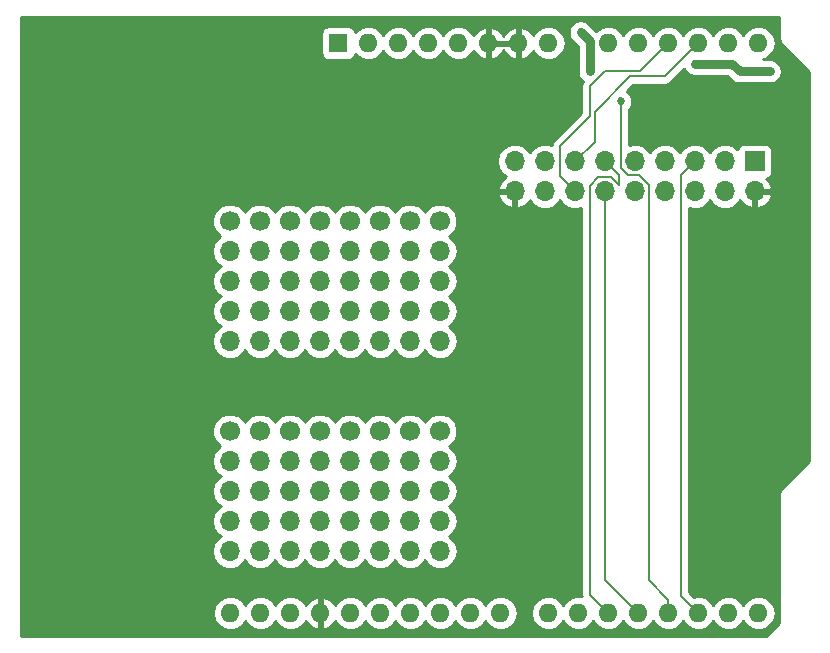
<source format=gbl>
G04 #@! TF.GenerationSoftware,KiCad,Pcbnew,5.0.2+dfsg1-1~bpo9+1*
G04 #@! TF.CreationDate,2020-03-31T02:51:35-04:00*
G04 #@! TF.ProjectId,pcb,7063622e-6b69-4636-9164-5f7063625858,rev?*
G04 #@! TF.SameCoordinates,Original*
G04 #@! TF.FileFunction,Copper,L2,Bot*
G04 #@! TF.FilePolarity,Positive*
%FSLAX46Y46*%
G04 Gerber Fmt 4.6, Leading zero omitted, Abs format (unit mm)*
G04 Created by KiCad (PCBNEW 5.0.2+dfsg1-1~bpo9+1) date Tue 31 Mar 2020 02:51:35 AM EDT*
%MOMM*%
%LPD*%
G01*
G04 APERTURE LIST*
G04 #@! TA.AperFunction,ComponentPad*
%ADD10O,1.600000X1.600000*%
G04 #@! TD*
G04 #@! TA.AperFunction,ComponentPad*
%ADD11R,1.600000X1.600000*%
G04 #@! TD*
G04 #@! TA.AperFunction,ComponentPad*
%ADD12C,1.700000*%
G04 #@! TD*
G04 #@! TA.AperFunction,ComponentPad*
%ADD13O,1.700000X1.700000*%
G04 #@! TD*
G04 #@! TA.AperFunction,ComponentPad*
%ADD14R,1.700000X1.700000*%
G04 #@! TD*
G04 #@! TA.AperFunction,ViaPad*
%ADD15C,0.685800*%
G04 #@! TD*
G04 #@! TA.AperFunction,Conductor*
%ADD16C,0.152400*%
G04 #@! TD*
G04 #@! TA.AperFunction,Conductor*
%ADD17C,0.762000*%
G04 #@! TD*
G04 #@! TA.AperFunction,Conductor*
%ADD18C,0.254000*%
G04 #@! TD*
G04 APERTURE END LIST*
D10*
G04 #@! TO.P,A1,32*
G04 #@! TO.N,N/C*
X119425001Y-138575001D03*
G04 #@! TO.P,A1,31*
X121965001Y-138575001D03*
D11*
G04 #@! TO.P,A1,1*
X128565001Y-90315001D03*
D10*
G04 #@! TO.P,A1,17*
G04 #@! TO.N,/VSYNC*
X159045001Y-138575001D03*
G04 #@! TO.P,A1,2*
G04 #@! TO.N,N/C*
X131105001Y-90315001D03*
G04 #@! TO.P,A1,18*
G04 #@! TO.N,Net-(A1-Pad18)*
X156505001Y-138575001D03*
G04 #@! TO.P,A1,3*
G04 #@! TO.N,N/C*
X133645001Y-90315001D03*
G04 #@! TO.P,A1,19*
G04 #@! TO.N,/D4*
X153965001Y-138575001D03*
G04 #@! TO.P,A1,4*
G04 #@! TO.N,+3V3*
X136185001Y-90315001D03*
G04 #@! TO.P,A1,20*
G04 #@! TO.N,/D5*
X151425001Y-138575001D03*
G04 #@! TO.P,A1,5*
G04 #@! TO.N,N/C*
X138725001Y-90315001D03*
G04 #@! TO.P,A1,21*
G04 #@! TO.N,/D6*
X148885001Y-138575001D03*
G04 #@! TO.P,A1,6*
G04 #@! TO.N,GND*
X141265001Y-90315001D03*
G04 #@! TO.P,A1,22*
G04 #@! TO.N,/D7*
X146345001Y-138575001D03*
G04 #@! TO.P,A1,7*
G04 #@! TO.N,GND*
X143805001Y-90315001D03*
G04 #@! TO.P,A1,23*
G04 #@! TO.N,N/C*
X142285001Y-138575001D03*
G04 #@! TO.P,A1,8*
X146345001Y-90315001D03*
G04 #@! TO.P,A1,24*
X139745001Y-138575001D03*
G04 #@! TO.P,A1,9*
G04 #@! TO.N,/D0*
X151425001Y-90315001D03*
G04 #@! TO.P,A1,25*
G04 #@! TO.N,N/C*
X137205001Y-138575001D03*
G04 #@! TO.P,A1,10*
G04 #@! TO.N,/D1*
X153965001Y-90315001D03*
G04 #@! TO.P,A1,26*
G04 #@! TO.N,N/C*
X134665001Y-138575001D03*
G04 #@! TO.P,A1,11*
G04 #@! TO.N,/D2*
X156505001Y-90315001D03*
G04 #@! TO.P,A1,27*
G04 #@! TO.N,/PCLK*
X132125001Y-138575001D03*
G04 #@! TO.P,A1,12*
G04 #@! TO.N,/D3*
X159045001Y-90315001D03*
G04 #@! TO.P,A1,28*
G04 #@! TO.N,N/C*
X129585001Y-138575001D03*
G04 #@! TO.P,A1,13*
G04 #@! TO.N,/SIOD*
X161585001Y-90315001D03*
G04 #@! TO.P,A1,29*
G04 #@! TO.N,GND*
X127045001Y-138575001D03*
G04 #@! TO.P,A1,14*
G04 #@! TO.N,/SIOC*
X164125001Y-90315001D03*
G04 #@! TO.P,A1,30*
G04 #@! TO.N,N/C*
X124505001Y-138575001D03*
G04 #@! TO.P,A1,15*
X164125001Y-138575001D03*
G04 #@! TO.P,A1,16*
X161585001Y-138575001D03*
G04 #@! TD*
D12*
G04 #@! TO.P,REF\002A\002A,1*
G04 #@! TO.N,N/C*
X127000000Y-105410000D03*
D13*
G04 #@! TO.P,REF\002A\002A,2*
X127000000Y-107950000D03*
G04 #@! TO.P,REF\002A\002A,3*
X127000000Y-110490000D03*
G04 #@! TO.P,REF\002A\002A,4*
X127000000Y-113030000D03*
G04 #@! TO.P,REF\002A\002A,5*
X127000000Y-115570000D03*
G04 #@! TD*
D12*
G04 #@! TO.P,REF\002A\002A,1*
G04 #@! TO.N,N/C*
X134620000Y-105410000D03*
D13*
G04 #@! TO.P,REF\002A\002A,2*
X134620000Y-107950000D03*
G04 #@! TO.P,REF\002A\002A,3*
X134620000Y-110490000D03*
G04 #@! TO.P,REF\002A\002A,4*
X134620000Y-113030000D03*
G04 #@! TO.P,REF\002A\002A,5*
X134620000Y-115570000D03*
G04 #@! TD*
D12*
G04 #@! TO.P,REF\002A\002A,1*
G04 #@! TO.N,N/C*
X119380000Y-105410000D03*
D13*
G04 #@! TO.P,REF\002A\002A,2*
X119380000Y-107950000D03*
G04 #@! TO.P,REF\002A\002A,3*
X119380000Y-110490000D03*
G04 #@! TO.P,REF\002A\002A,4*
X119380000Y-113030000D03*
G04 #@! TO.P,REF\002A\002A,5*
X119380000Y-115570000D03*
G04 #@! TD*
D12*
G04 #@! TO.P,REF\002A\002A,1*
G04 #@! TO.N,N/C*
X132080000Y-105410000D03*
D13*
G04 #@! TO.P,REF\002A\002A,2*
X132080000Y-107950000D03*
G04 #@! TO.P,REF\002A\002A,3*
X132080000Y-110490000D03*
G04 #@! TO.P,REF\002A\002A,4*
X132080000Y-113030000D03*
G04 #@! TO.P,REF\002A\002A,5*
X132080000Y-115570000D03*
G04 #@! TD*
G04 #@! TO.P,REF\002A\002A,5*
G04 #@! TO.N,N/C*
X129540000Y-115570000D03*
G04 #@! TO.P,REF\002A\002A,4*
X129540000Y-113030000D03*
G04 #@! TO.P,REF\002A\002A,3*
X129540000Y-110490000D03*
G04 #@! TO.P,REF\002A\002A,2*
X129540000Y-107950000D03*
D12*
G04 #@! TO.P,REF\002A\002A,1*
X129540000Y-105410000D03*
G04 #@! TD*
D13*
G04 #@! TO.P,REF\002A\002A,5*
G04 #@! TO.N,N/C*
X137160000Y-115570000D03*
G04 #@! TO.P,REF\002A\002A,4*
X137160000Y-113030000D03*
G04 #@! TO.P,REF\002A\002A,3*
X137160000Y-110490000D03*
G04 #@! TO.P,REF\002A\002A,2*
X137160000Y-107950000D03*
D12*
G04 #@! TO.P,REF\002A\002A,1*
X137160000Y-105410000D03*
G04 #@! TD*
D13*
G04 #@! TO.P,REF\002A\002A,5*
G04 #@! TO.N,N/C*
X124460000Y-115570000D03*
G04 #@! TO.P,REF\002A\002A,4*
X124460000Y-113030000D03*
G04 #@! TO.P,REF\002A\002A,3*
X124460000Y-110490000D03*
G04 #@! TO.P,REF\002A\002A,2*
X124460000Y-107950000D03*
D12*
G04 #@! TO.P,REF\002A\002A,1*
X124460000Y-105410000D03*
G04 #@! TD*
D13*
G04 #@! TO.P,REF\002A\002A,5*
G04 #@! TO.N,N/C*
X121920000Y-115570000D03*
G04 #@! TO.P,REF\002A\002A,4*
X121920000Y-113030000D03*
G04 #@! TO.P,REF\002A\002A,3*
X121920000Y-110490000D03*
G04 #@! TO.P,REF\002A\002A,2*
X121920000Y-107950000D03*
D12*
G04 #@! TO.P,REF\002A\002A,1*
X121920000Y-105410000D03*
G04 #@! TD*
G04 #@! TO.P,REF\002A\002A,1*
G04 #@! TO.N,N/C*
X137160000Y-123190000D03*
D13*
G04 #@! TO.P,REF\002A\002A,2*
X137160000Y-125730000D03*
G04 #@! TO.P,REF\002A\002A,3*
X137160000Y-128270000D03*
G04 #@! TO.P,REF\002A\002A,4*
X137160000Y-130810000D03*
G04 #@! TO.P,REF\002A\002A,5*
X137160000Y-133350000D03*
G04 #@! TD*
D12*
G04 #@! TO.P,REF\002A\002A,1*
G04 #@! TO.N,N/C*
X129540000Y-123190000D03*
D13*
G04 #@! TO.P,REF\002A\002A,2*
X129540000Y-125730000D03*
G04 #@! TO.P,REF\002A\002A,3*
X129540000Y-128270000D03*
G04 #@! TO.P,REF\002A\002A,4*
X129540000Y-130810000D03*
G04 #@! TO.P,REF\002A\002A,5*
X129540000Y-133350000D03*
G04 #@! TD*
G04 #@! TO.P,REF\002A\002A,5*
G04 #@! TO.N,N/C*
X134620000Y-133350000D03*
G04 #@! TO.P,REF\002A\002A,4*
X134620000Y-130810000D03*
G04 #@! TO.P,REF\002A\002A,3*
X134620000Y-128270000D03*
G04 #@! TO.P,REF\002A\002A,2*
X134620000Y-125730000D03*
D12*
G04 #@! TO.P,REF\002A\002A,1*
X134620000Y-123190000D03*
G04 #@! TD*
D13*
G04 #@! TO.P,REF\002A\002A,5*
G04 #@! TO.N,N/C*
X132080000Y-133350000D03*
G04 #@! TO.P,REF\002A\002A,4*
X132080000Y-130810000D03*
G04 #@! TO.P,REF\002A\002A,3*
X132080000Y-128270000D03*
G04 #@! TO.P,REF\002A\002A,2*
X132080000Y-125730000D03*
D12*
G04 #@! TO.P,REF\002A\002A,1*
X132080000Y-123190000D03*
G04 #@! TD*
G04 #@! TO.P,REF\002A\002A,1*
G04 #@! TO.N,N/C*
X124460000Y-123190000D03*
D13*
G04 #@! TO.P,REF\002A\002A,2*
X124460000Y-125730000D03*
G04 #@! TO.P,REF\002A\002A,3*
X124460000Y-128270000D03*
G04 #@! TO.P,REF\002A\002A,4*
X124460000Y-130810000D03*
G04 #@! TO.P,REF\002A\002A,5*
X124460000Y-133350000D03*
G04 #@! TD*
G04 #@! TO.P,REF\002A\002A,5*
G04 #@! TO.N,N/C*
X127000000Y-133350000D03*
G04 #@! TO.P,REF\002A\002A,4*
X127000000Y-130810000D03*
G04 #@! TO.P,REF\002A\002A,3*
X127000000Y-128270000D03*
G04 #@! TO.P,REF\002A\002A,2*
X127000000Y-125730000D03*
D12*
G04 #@! TO.P,REF\002A\002A,1*
X127000000Y-123190000D03*
G04 #@! TD*
G04 #@! TO.P,REF\002A\002A,1*
G04 #@! TO.N,N/C*
X121920000Y-123190000D03*
D13*
G04 #@! TO.P,REF\002A\002A,2*
X121920000Y-125730000D03*
G04 #@! TO.P,REF\002A\002A,3*
X121920000Y-128270000D03*
G04 #@! TO.P,REF\002A\002A,4*
X121920000Y-130810000D03*
G04 #@! TO.P,REF\002A\002A,5*
X121920000Y-133350000D03*
G04 #@! TD*
G04 #@! TO.P,REF\002A\002A,5*
G04 #@! TO.N,N/C*
X119380000Y-133350000D03*
G04 #@! TO.P,REF\002A\002A,4*
X119380000Y-130810000D03*
G04 #@! TO.P,REF\002A\002A,3*
X119380000Y-128270000D03*
G04 #@! TO.P,REF\002A\002A,2*
X119380000Y-125730000D03*
D12*
G04 #@! TO.P,REF\002A\002A,1*
X119380000Y-123190000D03*
G04 #@! TD*
D14*
G04 #@! TO.P,J1,1*
G04 #@! TO.N,+3V3*
X163830000Y-100330000D03*
D13*
G04 #@! TO.P,J1,2*
G04 #@! TO.N,GND*
X163830000Y-102870000D03*
G04 #@! TO.P,J1,3*
G04 #@! TO.N,/SIOC*
X161290000Y-100330000D03*
G04 #@! TO.P,J1,4*
G04 #@! TO.N,/SIOD*
X161290000Y-102870000D03*
G04 #@! TO.P,J1,5*
G04 #@! TO.N,/VSYNC*
X158750000Y-100330000D03*
G04 #@! TO.P,J1,6*
G04 #@! TO.N,N/C*
X158750000Y-102870000D03*
G04 #@! TO.P,J1,7*
G04 #@! TO.N,/PCLK*
X156210000Y-100330000D03*
G04 #@! TO.P,J1,8*
G04 #@! TO.N,/XCLK*
X156210000Y-102870000D03*
G04 #@! TO.P,J1,9*
G04 #@! TO.N,/D7*
X153670000Y-100330000D03*
G04 #@! TO.P,J1,10*
G04 #@! TO.N,/D6*
X153670000Y-102870000D03*
G04 #@! TO.P,J1,11*
G04 #@! TO.N,/D5*
X151130000Y-100330000D03*
G04 #@! TO.P,J1,12*
G04 #@! TO.N,/D4*
X151130000Y-102870000D03*
G04 #@! TO.P,J1,13*
G04 #@! TO.N,/D3*
X148590000Y-100330000D03*
G04 #@! TO.P,J1,14*
G04 #@! TO.N,/D2*
X148590000Y-102870000D03*
G04 #@! TO.P,J1,15*
G04 #@! TO.N,/D1*
X146050000Y-100330000D03*
G04 #@! TO.P,J1,16*
G04 #@! TO.N,/D0*
X146050000Y-102870000D03*
G04 #@! TO.P,J1,17*
G04 #@! TO.N,+3V3*
X143510000Y-100330000D03*
G04 #@! TO.P,J1,18*
G04 #@! TO.N,GND*
X143510000Y-102870000D03*
G04 #@! TD*
D15*
G04 #@! TO.N,Net-(A1-Pad18)*
X152489799Y-95250000D03*
G04 #@! TO.N,+3V3*
X162560000Y-92710000D03*
X149860000Y-92710000D03*
X165100000Y-92710000D03*
X158750000Y-92075000D03*
X149098000Y-89408000D03*
G04 #@! TO.N,GND*
X146050000Y-96520000D03*
G04 #@! TD*
D16*
G04 #@! TO.N,/VSYNC*
X158245002Y-137775002D02*
X159045001Y-138575001D01*
X157569799Y-137099799D02*
X158245002Y-137775002D01*
X157569799Y-101510201D02*
X157569799Y-137099799D01*
X158750000Y-100330000D02*
X157569799Y-101510201D01*
G04 #@! TO.N,Net-(A1-Pad18)*
X154056899Y-101510201D02*
X153103503Y-101510201D01*
X152489799Y-100896497D02*
X152489799Y-95250000D01*
X153103503Y-101510201D02*
X152489799Y-100896497D01*
X156505001Y-138575001D02*
X156505001Y-137443631D01*
X156505001Y-137443631D02*
X154850201Y-135788831D01*
X154850201Y-135788831D02*
X154850201Y-102303503D01*
X154850201Y-102303503D02*
X154056899Y-101510201D01*
X152489799Y-95160201D02*
X152400000Y-95250000D01*
X152489799Y-95250000D02*
X152489799Y-95160201D01*
G04 #@! TO.N,/D4*
X151130000Y-135740000D02*
X153965001Y-138575001D01*
X151130000Y-102870000D02*
X151130000Y-135740000D01*
D17*
G04 #@! TO.N,+3V3*
X161925000Y-92075000D02*
X162560000Y-92710000D01*
X158750000Y-92075000D02*
X161925000Y-92075000D01*
X162560000Y-92710000D02*
X165100000Y-92710000D01*
X149860000Y-92710000D02*
X149860000Y-90170000D01*
X149098000Y-89408000D02*
X149860000Y-90170000D01*
D16*
G04 #@! TO.N,/D5*
X150563503Y-101689799D02*
X149860000Y-102393302D01*
X151130000Y-100330000D02*
X152310201Y-101510201D01*
X152310201Y-101510201D02*
X152310201Y-102303503D01*
X152310201Y-102303503D02*
X151696497Y-101689799D01*
X151696497Y-101689799D02*
X150563503Y-101689799D01*
X149860000Y-137010000D02*
X151425001Y-138575001D01*
X149860000Y-102393302D02*
X149860000Y-137010000D01*
G04 #@! TO.N,/D2*
X148590000Y-102870000D02*
X147320000Y-101600000D01*
X147320000Y-101600000D02*
X147320000Y-99060000D01*
X147320000Y-99060000D02*
X149860000Y-96520000D01*
X149860000Y-96520000D02*
X149860000Y-93980000D01*
X149860000Y-93980000D02*
X151130000Y-92710000D01*
X154110002Y-92710000D02*
X156505001Y-90315001D01*
X151130000Y-92710000D02*
X154110002Y-92710000D01*
G04 #@! TO.N,/D3*
X156243592Y-93116410D02*
X159045001Y-90315001D01*
X148590000Y-100330000D02*
X150266410Y-98653590D01*
X150266410Y-98653590D02*
X150266410Y-96113590D01*
X150266410Y-96113590D02*
X153263590Y-93116410D01*
X153263590Y-93116410D02*
X156243592Y-93116410D01*
G04 #@! TD*
D18*
G04 #@! TO.N,GND*
G36*
X165912801Y-89845954D02*
X165898868Y-89916000D01*
X165954065Y-90193496D01*
X166071576Y-90369364D01*
X166071579Y-90369367D01*
X166111255Y-90428746D01*
X166170634Y-90468422D01*
X168452800Y-92750589D01*
X168452801Y-125689410D01*
X166170634Y-127971578D01*
X166111254Y-128011255D01*
X166071578Y-128070634D01*
X166071576Y-128070636D01*
X165994267Y-128186337D01*
X165954064Y-128246505D01*
X165912800Y-128453955D01*
X165912800Y-128453959D01*
X165898868Y-128524000D01*
X165912800Y-128594041D01*
X165912801Y-139405410D01*
X164805412Y-140512800D01*
X101727000Y-140512800D01*
X101727000Y-138575001D01*
X117961888Y-138575001D01*
X118073261Y-139134910D01*
X118390424Y-139609578D01*
X118865092Y-139926741D01*
X119283668Y-140010001D01*
X119566334Y-140010001D01*
X119984910Y-139926741D01*
X120459578Y-139609578D01*
X120695001Y-139257243D01*
X120930424Y-139609578D01*
X121405092Y-139926741D01*
X121823668Y-140010001D01*
X122106334Y-140010001D01*
X122524910Y-139926741D01*
X122999578Y-139609578D01*
X123235001Y-139257243D01*
X123470424Y-139609578D01*
X123945092Y-139926741D01*
X124363668Y-140010001D01*
X124646334Y-140010001D01*
X125064910Y-139926741D01*
X125539578Y-139609578D01*
X125795948Y-139225893D01*
X125892612Y-139430135D01*
X126307578Y-139806042D01*
X126695962Y-139966905D01*
X126918001Y-139844916D01*
X126918001Y-138702001D01*
X126898001Y-138702001D01*
X126898001Y-138448001D01*
X126918001Y-138448001D01*
X126918001Y-137305086D01*
X127172001Y-137305086D01*
X127172001Y-138448001D01*
X127192001Y-138448001D01*
X127192001Y-138702001D01*
X127172001Y-138702001D01*
X127172001Y-139844916D01*
X127394040Y-139966905D01*
X127782424Y-139806042D01*
X128197390Y-139430135D01*
X128294054Y-139225893D01*
X128550424Y-139609578D01*
X129025092Y-139926741D01*
X129443668Y-140010001D01*
X129726334Y-140010001D01*
X130144910Y-139926741D01*
X130619578Y-139609578D01*
X130855001Y-139257243D01*
X131090424Y-139609578D01*
X131565092Y-139926741D01*
X131983668Y-140010001D01*
X132266334Y-140010001D01*
X132684910Y-139926741D01*
X133159578Y-139609578D01*
X133395001Y-139257243D01*
X133630424Y-139609578D01*
X134105092Y-139926741D01*
X134523668Y-140010001D01*
X134806334Y-140010001D01*
X135224910Y-139926741D01*
X135699578Y-139609578D01*
X135935001Y-139257243D01*
X136170424Y-139609578D01*
X136645092Y-139926741D01*
X137063668Y-140010001D01*
X137346334Y-140010001D01*
X137764910Y-139926741D01*
X138239578Y-139609578D01*
X138475001Y-139257243D01*
X138710424Y-139609578D01*
X139185092Y-139926741D01*
X139603668Y-140010001D01*
X139886334Y-140010001D01*
X140304910Y-139926741D01*
X140779578Y-139609578D01*
X141015001Y-139257243D01*
X141250424Y-139609578D01*
X141725092Y-139926741D01*
X142143668Y-140010001D01*
X142426334Y-140010001D01*
X142844910Y-139926741D01*
X143319578Y-139609578D01*
X143636741Y-139134910D01*
X143748114Y-138575001D01*
X143636741Y-138015092D01*
X143319578Y-137540424D01*
X142844910Y-137223261D01*
X142426334Y-137140001D01*
X142143668Y-137140001D01*
X141725092Y-137223261D01*
X141250424Y-137540424D01*
X141015001Y-137892759D01*
X140779578Y-137540424D01*
X140304910Y-137223261D01*
X139886334Y-137140001D01*
X139603668Y-137140001D01*
X139185092Y-137223261D01*
X138710424Y-137540424D01*
X138475001Y-137892759D01*
X138239578Y-137540424D01*
X137764910Y-137223261D01*
X137346334Y-137140001D01*
X137063668Y-137140001D01*
X136645092Y-137223261D01*
X136170424Y-137540424D01*
X135935001Y-137892759D01*
X135699578Y-137540424D01*
X135224910Y-137223261D01*
X134806334Y-137140001D01*
X134523668Y-137140001D01*
X134105092Y-137223261D01*
X133630424Y-137540424D01*
X133395001Y-137892759D01*
X133159578Y-137540424D01*
X132684910Y-137223261D01*
X132266334Y-137140001D01*
X131983668Y-137140001D01*
X131565092Y-137223261D01*
X131090424Y-137540424D01*
X130855001Y-137892759D01*
X130619578Y-137540424D01*
X130144910Y-137223261D01*
X129726334Y-137140001D01*
X129443668Y-137140001D01*
X129025092Y-137223261D01*
X128550424Y-137540424D01*
X128294054Y-137924109D01*
X128197390Y-137719867D01*
X127782424Y-137343960D01*
X127394040Y-137183097D01*
X127172001Y-137305086D01*
X126918001Y-137305086D01*
X126695962Y-137183097D01*
X126307578Y-137343960D01*
X125892612Y-137719867D01*
X125795948Y-137924109D01*
X125539578Y-137540424D01*
X125064910Y-137223261D01*
X124646334Y-137140001D01*
X124363668Y-137140001D01*
X123945092Y-137223261D01*
X123470424Y-137540424D01*
X123235001Y-137892759D01*
X122999578Y-137540424D01*
X122524910Y-137223261D01*
X122106334Y-137140001D01*
X121823668Y-137140001D01*
X121405092Y-137223261D01*
X120930424Y-137540424D01*
X120695001Y-137892759D01*
X120459578Y-137540424D01*
X119984910Y-137223261D01*
X119566334Y-137140001D01*
X119283668Y-137140001D01*
X118865092Y-137223261D01*
X118390424Y-137540424D01*
X118073261Y-138015092D01*
X117961888Y-138575001D01*
X101727000Y-138575001D01*
X101727000Y-125730000D01*
X117865908Y-125730000D01*
X117981161Y-126309418D01*
X118309375Y-126800625D01*
X118607761Y-127000000D01*
X118309375Y-127199375D01*
X117981161Y-127690582D01*
X117865908Y-128270000D01*
X117981161Y-128849418D01*
X118309375Y-129340625D01*
X118607761Y-129540000D01*
X118309375Y-129739375D01*
X117981161Y-130230582D01*
X117865908Y-130810000D01*
X117981161Y-131389418D01*
X118309375Y-131880625D01*
X118607761Y-132080000D01*
X118309375Y-132279375D01*
X117981161Y-132770582D01*
X117865908Y-133350000D01*
X117981161Y-133929418D01*
X118309375Y-134420625D01*
X118800582Y-134748839D01*
X119233744Y-134835000D01*
X119526256Y-134835000D01*
X119959418Y-134748839D01*
X120450625Y-134420625D01*
X120650000Y-134122239D01*
X120849375Y-134420625D01*
X121340582Y-134748839D01*
X121773744Y-134835000D01*
X122066256Y-134835000D01*
X122499418Y-134748839D01*
X122990625Y-134420625D01*
X123190000Y-134122239D01*
X123389375Y-134420625D01*
X123880582Y-134748839D01*
X124313744Y-134835000D01*
X124606256Y-134835000D01*
X125039418Y-134748839D01*
X125530625Y-134420625D01*
X125730000Y-134122239D01*
X125929375Y-134420625D01*
X126420582Y-134748839D01*
X126853744Y-134835000D01*
X127146256Y-134835000D01*
X127579418Y-134748839D01*
X128070625Y-134420625D01*
X128270000Y-134122239D01*
X128469375Y-134420625D01*
X128960582Y-134748839D01*
X129393744Y-134835000D01*
X129686256Y-134835000D01*
X130119418Y-134748839D01*
X130610625Y-134420625D01*
X130810000Y-134122239D01*
X131009375Y-134420625D01*
X131500582Y-134748839D01*
X131933744Y-134835000D01*
X132226256Y-134835000D01*
X132659418Y-134748839D01*
X133150625Y-134420625D01*
X133350000Y-134122239D01*
X133549375Y-134420625D01*
X134040582Y-134748839D01*
X134473744Y-134835000D01*
X134766256Y-134835000D01*
X135199418Y-134748839D01*
X135690625Y-134420625D01*
X135890000Y-134122239D01*
X136089375Y-134420625D01*
X136580582Y-134748839D01*
X137013744Y-134835000D01*
X137306256Y-134835000D01*
X137739418Y-134748839D01*
X138230625Y-134420625D01*
X138558839Y-133929418D01*
X138674092Y-133350000D01*
X138558839Y-132770582D01*
X138230625Y-132279375D01*
X137932239Y-132080000D01*
X138230625Y-131880625D01*
X138558839Y-131389418D01*
X138674092Y-130810000D01*
X138558839Y-130230582D01*
X138230625Y-129739375D01*
X137932239Y-129540000D01*
X138230625Y-129340625D01*
X138558839Y-128849418D01*
X138674092Y-128270000D01*
X138558839Y-127690582D01*
X138230625Y-127199375D01*
X137932239Y-127000000D01*
X138230625Y-126800625D01*
X138558839Y-126309418D01*
X138674092Y-125730000D01*
X138558839Y-125150582D01*
X138230625Y-124659375D01*
X137948389Y-124470791D01*
X138001185Y-124448922D01*
X138418922Y-124031185D01*
X138645000Y-123485385D01*
X138645000Y-122894615D01*
X138418922Y-122348815D01*
X138001185Y-121931078D01*
X137455385Y-121705000D01*
X136864615Y-121705000D01*
X136318815Y-121931078D01*
X135901078Y-122348815D01*
X135890000Y-122375560D01*
X135878922Y-122348815D01*
X135461185Y-121931078D01*
X134915385Y-121705000D01*
X134324615Y-121705000D01*
X133778815Y-121931078D01*
X133361078Y-122348815D01*
X133350000Y-122375560D01*
X133338922Y-122348815D01*
X132921185Y-121931078D01*
X132375385Y-121705000D01*
X131784615Y-121705000D01*
X131238815Y-121931078D01*
X130821078Y-122348815D01*
X130810000Y-122375560D01*
X130798922Y-122348815D01*
X130381185Y-121931078D01*
X129835385Y-121705000D01*
X129244615Y-121705000D01*
X128698815Y-121931078D01*
X128281078Y-122348815D01*
X128270000Y-122375560D01*
X128258922Y-122348815D01*
X127841185Y-121931078D01*
X127295385Y-121705000D01*
X126704615Y-121705000D01*
X126158815Y-121931078D01*
X125741078Y-122348815D01*
X125730000Y-122375560D01*
X125718922Y-122348815D01*
X125301185Y-121931078D01*
X124755385Y-121705000D01*
X124164615Y-121705000D01*
X123618815Y-121931078D01*
X123201078Y-122348815D01*
X123190000Y-122375560D01*
X123178922Y-122348815D01*
X122761185Y-121931078D01*
X122215385Y-121705000D01*
X121624615Y-121705000D01*
X121078815Y-121931078D01*
X120661078Y-122348815D01*
X120650000Y-122375560D01*
X120638922Y-122348815D01*
X120221185Y-121931078D01*
X119675385Y-121705000D01*
X119084615Y-121705000D01*
X118538815Y-121931078D01*
X118121078Y-122348815D01*
X117895000Y-122894615D01*
X117895000Y-123485385D01*
X118121078Y-124031185D01*
X118538815Y-124448922D01*
X118591611Y-124470791D01*
X118309375Y-124659375D01*
X117981161Y-125150582D01*
X117865908Y-125730000D01*
X101727000Y-125730000D01*
X101727000Y-107950000D01*
X117865908Y-107950000D01*
X117981161Y-108529418D01*
X118309375Y-109020625D01*
X118607761Y-109220000D01*
X118309375Y-109419375D01*
X117981161Y-109910582D01*
X117865908Y-110490000D01*
X117981161Y-111069418D01*
X118309375Y-111560625D01*
X118607761Y-111760000D01*
X118309375Y-111959375D01*
X117981161Y-112450582D01*
X117865908Y-113030000D01*
X117981161Y-113609418D01*
X118309375Y-114100625D01*
X118607761Y-114300000D01*
X118309375Y-114499375D01*
X117981161Y-114990582D01*
X117865908Y-115570000D01*
X117981161Y-116149418D01*
X118309375Y-116640625D01*
X118800582Y-116968839D01*
X119233744Y-117055000D01*
X119526256Y-117055000D01*
X119959418Y-116968839D01*
X120450625Y-116640625D01*
X120650000Y-116342239D01*
X120849375Y-116640625D01*
X121340582Y-116968839D01*
X121773744Y-117055000D01*
X122066256Y-117055000D01*
X122499418Y-116968839D01*
X122990625Y-116640625D01*
X123190000Y-116342239D01*
X123389375Y-116640625D01*
X123880582Y-116968839D01*
X124313744Y-117055000D01*
X124606256Y-117055000D01*
X125039418Y-116968839D01*
X125530625Y-116640625D01*
X125730000Y-116342239D01*
X125929375Y-116640625D01*
X126420582Y-116968839D01*
X126853744Y-117055000D01*
X127146256Y-117055000D01*
X127579418Y-116968839D01*
X128070625Y-116640625D01*
X128270000Y-116342239D01*
X128469375Y-116640625D01*
X128960582Y-116968839D01*
X129393744Y-117055000D01*
X129686256Y-117055000D01*
X130119418Y-116968839D01*
X130610625Y-116640625D01*
X130810000Y-116342239D01*
X131009375Y-116640625D01*
X131500582Y-116968839D01*
X131933744Y-117055000D01*
X132226256Y-117055000D01*
X132659418Y-116968839D01*
X133150625Y-116640625D01*
X133350000Y-116342239D01*
X133549375Y-116640625D01*
X134040582Y-116968839D01*
X134473744Y-117055000D01*
X134766256Y-117055000D01*
X135199418Y-116968839D01*
X135690625Y-116640625D01*
X135890000Y-116342239D01*
X136089375Y-116640625D01*
X136580582Y-116968839D01*
X137013744Y-117055000D01*
X137306256Y-117055000D01*
X137739418Y-116968839D01*
X138230625Y-116640625D01*
X138558839Y-116149418D01*
X138674092Y-115570000D01*
X138558839Y-114990582D01*
X138230625Y-114499375D01*
X137932239Y-114300000D01*
X138230625Y-114100625D01*
X138558839Y-113609418D01*
X138674092Y-113030000D01*
X138558839Y-112450582D01*
X138230625Y-111959375D01*
X137932239Y-111760000D01*
X138230625Y-111560625D01*
X138558839Y-111069418D01*
X138674092Y-110490000D01*
X138558839Y-109910582D01*
X138230625Y-109419375D01*
X137932239Y-109220000D01*
X138230625Y-109020625D01*
X138558839Y-108529418D01*
X138674092Y-107950000D01*
X138558839Y-107370582D01*
X138230625Y-106879375D01*
X137948389Y-106690791D01*
X138001185Y-106668922D01*
X138418922Y-106251185D01*
X138645000Y-105705385D01*
X138645000Y-105114615D01*
X138418922Y-104568815D01*
X138001185Y-104151078D01*
X137455385Y-103925000D01*
X136864615Y-103925000D01*
X136318815Y-104151078D01*
X135901078Y-104568815D01*
X135890000Y-104595560D01*
X135878922Y-104568815D01*
X135461185Y-104151078D01*
X134915385Y-103925000D01*
X134324615Y-103925000D01*
X133778815Y-104151078D01*
X133361078Y-104568815D01*
X133350000Y-104595560D01*
X133338922Y-104568815D01*
X132921185Y-104151078D01*
X132375385Y-103925000D01*
X131784615Y-103925000D01*
X131238815Y-104151078D01*
X130821078Y-104568815D01*
X130810000Y-104595560D01*
X130798922Y-104568815D01*
X130381185Y-104151078D01*
X129835385Y-103925000D01*
X129244615Y-103925000D01*
X128698815Y-104151078D01*
X128281078Y-104568815D01*
X128270000Y-104595560D01*
X128258922Y-104568815D01*
X127841185Y-104151078D01*
X127295385Y-103925000D01*
X126704615Y-103925000D01*
X126158815Y-104151078D01*
X125741078Y-104568815D01*
X125730000Y-104595560D01*
X125718922Y-104568815D01*
X125301185Y-104151078D01*
X124755385Y-103925000D01*
X124164615Y-103925000D01*
X123618815Y-104151078D01*
X123201078Y-104568815D01*
X123190000Y-104595560D01*
X123178922Y-104568815D01*
X122761185Y-104151078D01*
X122215385Y-103925000D01*
X121624615Y-103925000D01*
X121078815Y-104151078D01*
X120661078Y-104568815D01*
X120650000Y-104595560D01*
X120638922Y-104568815D01*
X120221185Y-104151078D01*
X119675385Y-103925000D01*
X119084615Y-103925000D01*
X118538815Y-104151078D01*
X118121078Y-104568815D01*
X117895000Y-105114615D01*
X117895000Y-105705385D01*
X118121078Y-106251185D01*
X118538815Y-106668922D01*
X118591611Y-106690791D01*
X118309375Y-106879375D01*
X117981161Y-107370582D01*
X117865908Y-107950000D01*
X101727000Y-107950000D01*
X101727000Y-103226892D01*
X142068514Y-103226892D01*
X142314817Y-103751358D01*
X142743076Y-104141645D01*
X143153110Y-104311476D01*
X143383000Y-104190155D01*
X143383000Y-102997000D01*
X142189181Y-102997000D01*
X142068514Y-103226892D01*
X101727000Y-103226892D01*
X101727000Y-100330000D01*
X141995908Y-100330000D01*
X142111161Y-100909418D01*
X142439375Y-101400625D01*
X142739786Y-101601353D01*
X142314817Y-101988642D01*
X142068514Y-102513108D01*
X142189181Y-102743000D01*
X143383000Y-102743000D01*
X143383000Y-102723000D01*
X143637000Y-102723000D01*
X143637000Y-102743000D01*
X143657000Y-102743000D01*
X143657000Y-102997000D01*
X143637000Y-102997000D01*
X143637000Y-104190155D01*
X143866890Y-104311476D01*
X144276924Y-104141645D01*
X144705183Y-103751358D01*
X144766157Y-103621522D01*
X144979375Y-103940625D01*
X145470582Y-104268839D01*
X145903744Y-104355000D01*
X146196256Y-104355000D01*
X146629418Y-104268839D01*
X147120625Y-103940625D01*
X147320000Y-103642239D01*
X147519375Y-103940625D01*
X148010582Y-104268839D01*
X148443744Y-104355000D01*
X148736256Y-104355000D01*
X149148800Y-104272940D01*
X149148801Y-136939954D01*
X149134868Y-137010000D01*
X149166263Y-137167835D01*
X149026334Y-137140001D01*
X148743668Y-137140001D01*
X148325092Y-137223261D01*
X147850424Y-137540424D01*
X147615001Y-137892759D01*
X147379578Y-137540424D01*
X146904910Y-137223261D01*
X146486334Y-137140001D01*
X146203668Y-137140001D01*
X145785092Y-137223261D01*
X145310424Y-137540424D01*
X144993261Y-138015092D01*
X144881888Y-138575001D01*
X144993261Y-139134910D01*
X145310424Y-139609578D01*
X145785092Y-139926741D01*
X146203668Y-140010001D01*
X146486334Y-140010001D01*
X146904910Y-139926741D01*
X147379578Y-139609578D01*
X147615001Y-139257243D01*
X147850424Y-139609578D01*
X148325092Y-139926741D01*
X148743668Y-140010001D01*
X149026334Y-140010001D01*
X149444910Y-139926741D01*
X149919578Y-139609578D01*
X150155001Y-139257243D01*
X150390424Y-139609578D01*
X150865092Y-139926741D01*
X151283668Y-140010001D01*
X151566334Y-140010001D01*
X151984910Y-139926741D01*
X152459578Y-139609578D01*
X152695001Y-139257243D01*
X152930424Y-139609578D01*
X153405092Y-139926741D01*
X153823668Y-140010001D01*
X154106334Y-140010001D01*
X154524910Y-139926741D01*
X154999578Y-139609578D01*
X155235001Y-139257243D01*
X155470424Y-139609578D01*
X155945092Y-139926741D01*
X156363668Y-140010001D01*
X156646334Y-140010001D01*
X157064910Y-139926741D01*
X157539578Y-139609578D01*
X157775001Y-139257243D01*
X158010424Y-139609578D01*
X158485092Y-139926741D01*
X158903668Y-140010001D01*
X159186334Y-140010001D01*
X159604910Y-139926741D01*
X160079578Y-139609578D01*
X160315001Y-139257243D01*
X160550424Y-139609578D01*
X161025092Y-139926741D01*
X161443668Y-140010001D01*
X161726334Y-140010001D01*
X162144910Y-139926741D01*
X162619578Y-139609578D01*
X162855001Y-139257243D01*
X163090424Y-139609578D01*
X163565092Y-139926741D01*
X163983668Y-140010001D01*
X164266334Y-140010001D01*
X164684910Y-139926741D01*
X165159578Y-139609578D01*
X165476741Y-139134910D01*
X165588114Y-138575001D01*
X165476741Y-138015092D01*
X165159578Y-137540424D01*
X164684910Y-137223261D01*
X164266334Y-137140001D01*
X163983668Y-137140001D01*
X163565092Y-137223261D01*
X163090424Y-137540424D01*
X162855001Y-137892759D01*
X162619578Y-137540424D01*
X162144910Y-137223261D01*
X161726334Y-137140001D01*
X161443668Y-137140001D01*
X161025092Y-137223261D01*
X160550424Y-137540424D01*
X160315001Y-137892759D01*
X160079578Y-137540424D01*
X159604910Y-137223261D01*
X159186334Y-137140001D01*
X158903668Y-137140001D01*
X158663552Y-137187763D01*
X158280999Y-136805211D01*
X158280999Y-104290802D01*
X158603744Y-104355000D01*
X158896256Y-104355000D01*
X159329418Y-104268839D01*
X159820625Y-103940625D01*
X160020000Y-103642239D01*
X160219375Y-103940625D01*
X160710582Y-104268839D01*
X161143744Y-104355000D01*
X161436256Y-104355000D01*
X161869418Y-104268839D01*
X162360625Y-103940625D01*
X162573843Y-103621522D01*
X162634817Y-103751358D01*
X163063076Y-104141645D01*
X163473110Y-104311476D01*
X163703000Y-104190155D01*
X163703000Y-102997000D01*
X163957000Y-102997000D01*
X163957000Y-104190155D01*
X164186890Y-104311476D01*
X164596924Y-104141645D01*
X165025183Y-103751358D01*
X165271486Y-103226892D01*
X165150819Y-102997000D01*
X163957000Y-102997000D01*
X163703000Y-102997000D01*
X163683000Y-102997000D01*
X163683000Y-102743000D01*
X163703000Y-102743000D01*
X163703000Y-102723000D01*
X163957000Y-102723000D01*
X163957000Y-102743000D01*
X165150819Y-102743000D01*
X165271486Y-102513108D01*
X165025183Y-101988642D01*
X164818145Y-101799961D01*
X164927765Y-101778157D01*
X165137809Y-101637809D01*
X165278157Y-101427765D01*
X165327440Y-101180000D01*
X165327440Y-99480000D01*
X165278157Y-99232235D01*
X165137809Y-99022191D01*
X164927765Y-98881843D01*
X164680000Y-98832560D01*
X162980000Y-98832560D01*
X162732235Y-98881843D01*
X162522191Y-99022191D01*
X162381843Y-99232235D01*
X162372816Y-99277619D01*
X162360625Y-99259375D01*
X161869418Y-98931161D01*
X161436256Y-98845000D01*
X161143744Y-98845000D01*
X160710582Y-98931161D01*
X160219375Y-99259375D01*
X160020000Y-99557761D01*
X159820625Y-99259375D01*
X159329418Y-98931161D01*
X158896256Y-98845000D01*
X158603744Y-98845000D01*
X158170582Y-98931161D01*
X157679375Y-99259375D01*
X157480000Y-99557761D01*
X157280625Y-99259375D01*
X156789418Y-98931161D01*
X156356256Y-98845000D01*
X156063744Y-98845000D01*
X155630582Y-98931161D01*
X155139375Y-99259375D01*
X154940000Y-99557761D01*
X154740625Y-99259375D01*
X154249418Y-98931161D01*
X153816256Y-98845000D01*
X153523744Y-98845000D01*
X153200999Y-98909198D01*
X153200999Y-95921759D01*
X153318822Y-95803936D01*
X153467699Y-95444516D01*
X153467699Y-95055484D01*
X153318822Y-94696064D01*
X153043735Y-94420977D01*
X152987928Y-94397861D01*
X153558179Y-93827610D01*
X156173551Y-93827610D01*
X156243592Y-93841542D01*
X156313633Y-93827610D01*
X156313638Y-93827610D01*
X156521088Y-93786346D01*
X156756338Y-93629156D01*
X156796016Y-93569774D01*
X157833571Y-92532219D01*
X158017505Y-92807495D01*
X158353577Y-93032051D01*
X158649935Y-93091000D01*
X161504160Y-93091000D01*
X161770820Y-93357660D01*
X161827505Y-93442495D01*
X162163577Y-93667051D01*
X162459935Y-93726000D01*
X162459936Y-93726000D01*
X162560000Y-93745904D01*
X162660064Y-93726000D01*
X165200065Y-93726000D01*
X165496423Y-93667051D01*
X165832495Y-93442495D01*
X166057051Y-93106423D01*
X166135904Y-92710000D01*
X166057051Y-92313577D01*
X165832495Y-91977505D01*
X165496423Y-91752949D01*
X165200065Y-91694000D01*
X164547870Y-91694000D01*
X164684910Y-91666741D01*
X165159578Y-91349578D01*
X165476741Y-90874910D01*
X165588114Y-90315001D01*
X165476741Y-89755092D01*
X165159578Y-89280424D01*
X164684910Y-88963261D01*
X164266334Y-88880001D01*
X163983668Y-88880001D01*
X163565092Y-88963261D01*
X163090424Y-89280424D01*
X162855001Y-89632759D01*
X162619578Y-89280424D01*
X162144910Y-88963261D01*
X161726334Y-88880001D01*
X161443668Y-88880001D01*
X161025092Y-88963261D01*
X160550424Y-89280424D01*
X160315001Y-89632759D01*
X160079578Y-89280424D01*
X159604910Y-88963261D01*
X159186334Y-88880001D01*
X158903668Y-88880001D01*
X158485092Y-88963261D01*
X158010424Y-89280424D01*
X157775001Y-89632759D01*
X157539578Y-89280424D01*
X157064910Y-88963261D01*
X156646334Y-88880001D01*
X156363668Y-88880001D01*
X155945092Y-88963261D01*
X155470424Y-89280424D01*
X155235001Y-89632759D01*
X154999578Y-89280424D01*
X154524910Y-88963261D01*
X154106334Y-88880001D01*
X153823668Y-88880001D01*
X153405092Y-88963261D01*
X152930424Y-89280424D01*
X152695001Y-89632759D01*
X152459578Y-89280424D01*
X151984910Y-88963261D01*
X151566334Y-88880001D01*
X151283668Y-88880001D01*
X150865092Y-88963261D01*
X150400519Y-89273679D01*
X149745663Y-88618823D01*
X149494423Y-88450950D01*
X149098000Y-88372096D01*
X148701577Y-88450950D01*
X148365506Y-88675506D01*
X148140950Y-89011577D01*
X148062096Y-89408000D01*
X148140950Y-89804423D01*
X148308823Y-90055663D01*
X148844001Y-90590841D01*
X148844000Y-92810064D01*
X148902949Y-93106422D01*
X149127505Y-93442495D01*
X149290864Y-93551648D01*
X149190065Y-93702504D01*
X149134868Y-93980000D01*
X149148801Y-94050046D01*
X149148800Y-96225411D01*
X146866634Y-98507578D01*
X146807255Y-98547254D01*
X146767579Y-98606633D01*
X146767576Y-98606636D01*
X146650065Y-98782504D01*
X146620835Y-98929454D01*
X146196256Y-98845000D01*
X145903744Y-98845000D01*
X145470582Y-98931161D01*
X144979375Y-99259375D01*
X144780000Y-99557761D01*
X144580625Y-99259375D01*
X144089418Y-98931161D01*
X143656256Y-98845000D01*
X143363744Y-98845000D01*
X142930582Y-98931161D01*
X142439375Y-99259375D01*
X142111161Y-99750582D01*
X141995908Y-100330000D01*
X101727000Y-100330000D01*
X101727000Y-89515001D01*
X127117561Y-89515001D01*
X127117561Y-91115001D01*
X127166844Y-91362766D01*
X127307192Y-91572810D01*
X127517236Y-91713158D01*
X127765001Y-91762441D01*
X129365001Y-91762441D01*
X129612766Y-91713158D01*
X129822810Y-91572810D01*
X129963158Y-91362766D01*
X129989786Y-91228895D01*
X130070424Y-91349578D01*
X130545092Y-91666741D01*
X130963668Y-91750001D01*
X131246334Y-91750001D01*
X131664910Y-91666741D01*
X132139578Y-91349578D01*
X132375001Y-90997243D01*
X132610424Y-91349578D01*
X133085092Y-91666741D01*
X133503668Y-91750001D01*
X133786334Y-91750001D01*
X134204910Y-91666741D01*
X134679578Y-91349578D01*
X134915001Y-90997243D01*
X135150424Y-91349578D01*
X135625092Y-91666741D01*
X136043668Y-91750001D01*
X136326334Y-91750001D01*
X136744910Y-91666741D01*
X137219578Y-91349578D01*
X137455001Y-90997243D01*
X137690424Y-91349578D01*
X138165092Y-91666741D01*
X138583668Y-91750001D01*
X138866334Y-91750001D01*
X139284910Y-91666741D01*
X139759578Y-91349578D01*
X140015948Y-90965893D01*
X140112612Y-91170135D01*
X140527578Y-91546042D01*
X140915962Y-91706905D01*
X141138001Y-91584916D01*
X141138001Y-90442001D01*
X141392001Y-90442001D01*
X141392001Y-91584916D01*
X141614040Y-91706905D01*
X142002424Y-91546042D01*
X142417390Y-91170135D01*
X142535001Y-90921634D01*
X142652612Y-91170135D01*
X143067578Y-91546042D01*
X143455962Y-91706905D01*
X143678001Y-91584916D01*
X143678001Y-90442001D01*
X141392001Y-90442001D01*
X141138001Y-90442001D01*
X141118001Y-90442001D01*
X141118001Y-90188001D01*
X141138001Y-90188001D01*
X141138001Y-89045086D01*
X141392001Y-89045086D01*
X141392001Y-90188001D01*
X143678001Y-90188001D01*
X143678001Y-89045086D01*
X143932001Y-89045086D01*
X143932001Y-90188001D01*
X143952001Y-90188001D01*
X143952001Y-90442001D01*
X143932001Y-90442001D01*
X143932001Y-91584916D01*
X144154040Y-91706905D01*
X144542424Y-91546042D01*
X144957390Y-91170135D01*
X145054054Y-90965893D01*
X145310424Y-91349578D01*
X145785092Y-91666741D01*
X146203668Y-91750001D01*
X146486334Y-91750001D01*
X146904910Y-91666741D01*
X147379578Y-91349578D01*
X147696741Y-90874910D01*
X147808114Y-90315001D01*
X147696741Y-89755092D01*
X147379578Y-89280424D01*
X146904910Y-88963261D01*
X146486334Y-88880001D01*
X146203668Y-88880001D01*
X145785092Y-88963261D01*
X145310424Y-89280424D01*
X145054054Y-89664109D01*
X144957390Y-89459867D01*
X144542424Y-89083960D01*
X144154040Y-88923097D01*
X143932001Y-89045086D01*
X143678001Y-89045086D01*
X143455962Y-88923097D01*
X143067578Y-89083960D01*
X142652612Y-89459867D01*
X142535001Y-89708368D01*
X142417390Y-89459867D01*
X142002424Y-89083960D01*
X141614040Y-88923097D01*
X141392001Y-89045086D01*
X141138001Y-89045086D01*
X140915962Y-88923097D01*
X140527578Y-89083960D01*
X140112612Y-89459867D01*
X140015948Y-89664109D01*
X139759578Y-89280424D01*
X139284910Y-88963261D01*
X138866334Y-88880001D01*
X138583668Y-88880001D01*
X138165092Y-88963261D01*
X137690424Y-89280424D01*
X137455001Y-89632759D01*
X137219578Y-89280424D01*
X136744910Y-88963261D01*
X136326334Y-88880001D01*
X136043668Y-88880001D01*
X135625092Y-88963261D01*
X135150424Y-89280424D01*
X134915001Y-89632759D01*
X134679578Y-89280424D01*
X134204910Y-88963261D01*
X133786334Y-88880001D01*
X133503668Y-88880001D01*
X133085092Y-88963261D01*
X132610424Y-89280424D01*
X132375001Y-89632759D01*
X132139578Y-89280424D01*
X131664910Y-88963261D01*
X131246334Y-88880001D01*
X130963668Y-88880001D01*
X130545092Y-88963261D01*
X130070424Y-89280424D01*
X129989786Y-89401107D01*
X129963158Y-89267236D01*
X129822810Y-89057192D01*
X129612766Y-88916844D01*
X129365001Y-88867561D01*
X127765001Y-88867561D01*
X127517236Y-88916844D01*
X127307192Y-89057192D01*
X127166844Y-89267236D01*
X127117561Y-89515001D01*
X101727000Y-89515001D01*
X101727000Y-88087200D01*
X165912800Y-88087200D01*
X165912801Y-89845954D01*
X165912801Y-89845954D01*
G37*
X165912801Y-89845954D02*
X165898868Y-89916000D01*
X165954065Y-90193496D01*
X166071576Y-90369364D01*
X166071579Y-90369367D01*
X166111255Y-90428746D01*
X166170634Y-90468422D01*
X168452800Y-92750589D01*
X168452801Y-125689410D01*
X166170634Y-127971578D01*
X166111254Y-128011255D01*
X166071578Y-128070634D01*
X166071576Y-128070636D01*
X165994267Y-128186337D01*
X165954064Y-128246505D01*
X165912800Y-128453955D01*
X165912800Y-128453959D01*
X165898868Y-128524000D01*
X165912800Y-128594041D01*
X165912801Y-139405410D01*
X164805412Y-140512800D01*
X101727000Y-140512800D01*
X101727000Y-138575001D01*
X117961888Y-138575001D01*
X118073261Y-139134910D01*
X118390424Y-139609578D01*
X118865092Y-139926741D01*
X119283668Y-140010001D01*
X119566334Y-140010001D01*
X119984910Y-139926741D01*
X120459578Y-139609578D01*
X120695001Y-139257243D01*
X120930424Y-139609578D01*
X121405092Y-139926741D01*
X121823668Y-140010001D01*
X122106334Y-140010001D01*
X122524910Y-139926741D01*
X122999578Y-139609578D01*
X123235001Y-139257243D01*
X123470424Y-139609578D01*
X123945092Y-139926741D01*
X124363668Y-140010001D01*
X124646334Y-140010001D01*
X125064910Y-139926741D01*
X125539578Y-139609578D01*
X125795948Y-139225893D01*
X125892612Y-139430135D01*
X126307578Y-139806042D01*
X126695962Y-139966905D01*
X126918001Y-139844916D01*
X126918001Y-138702001D01*
X126898001Y-138702001D01*
X126898001Y-138448001D01*
X126918001Y-138448001D01*
X126918001Y-137305086D01*
X127172001Y-137305086D01*
X127172001Y-138448001D01*
X127192001Y-138448001D01*
X127192001Y-138702001D01*
X127172001Y-138702001D01*
X127172001Y-139844916D01*
X127394040Y-139966905D01*
X127782424Y-139806042D01*
X128197390Y-139430135D01*
X128294054Y-139225893D01*
X128550424Y-139609578D01*
X129025092Y-139926741D01*
X129443668Y-140010001D01*
X129726334Y-140010001D01*
X130144910Y-139926741D01*
X130619578Y-139609578D01*
X130855001Y-139257243D01*
X131090424Y-139609578D01*
X131565092Y-139926741D01*
X131983668Y-140010001D01*
X132266334Y-140010001D01*
X132684910Y-139926741D01*
X133159578Y-139609578D01*
X133395001Y-139257243D01*
X133630424Y-139609578D01*
X134105092Y-139926741D01*
X134523668Y-140010001D01*
X134806334Y-140010001D01*
X135224910Y-139926741D01*
X135699578Y-139609578D01*
X135935001Y-139257243D01*
X136170424Y-139609578D01*
X136645092Y-139926741D01*
X137063668Y-140010001D01*
X137346334Y-140010001D01*
X137764910Y-139926741D01*
X138239578Y-139609578D01*
X138475001Y-139257243D01*
X138710424Y-139609578D01*
X139185092Y-139926741D01*
X139603668Y-140010001D01*
X139886334Y-140010001D01*
X140304910Y-139926741D01*
X140779578Y-139609578D01*
X141015001Y-139257243D01*
X141250424Y-139609578D01*
X141725092Y-139926741D01*
X142143668Y-140010001D01*
X142426334Y-140010001D01*
X142844910Y-139926741D01*
X143319578Y-139609578D01*
X143636741Y-139134910D01*
X143748114Y-138575001D01*
X143636741Y-138015092D01*
X143319578Y-137540424D01*
X142844910Y-137223261D01*
X142426334Y-137140001D01*
X142143668Y-137140001D01*
X141725092Y-137223261D01*
X141250424Y-137540424D01*
X141015001Y-137892759D01*
X140779578Y-137540424D01*
X140304910Y-137223261D01*
X139886334Y-137140001D01*
X139603668Y-137140001D01*
X139185092Y-137223261D01*
X138710424Y-137540424D01*
X138475001Y-137892759D01*
X138239578Y-137540424D01*
X137764910Y-137223261D01*
X137346334Y-137140001D01*
X137063668Y-137140001D01*
X136645092Y-137223261D01*
X136170424Y-137540424D01*
X135935001Y-137892759D01*
X135699578Y-137540424D01*
X135224910Y-137223261D01*
X134806334Y-137140001D01*
X134523668Y-137140001D01*
X134105092Y-137223261D01*
X133630424Y-137540424D01*
X133395001Y-137892759D01*
X133159578Y-137540424D01*
X132684910Y-137223261D01*
X132266334Y-137140001D01*
X131983668Y-137140001D01*
X131565092Y-137223261D01*
X131090424Y-137540424D01*
X130855001Y-137892759D01*
X130619578Y-137540424D01*
X130144910Y-137223261D01*
X129726334Y-137140001D01*
X129443668Y-137140001D01*
X129025092Y-137223261D01*
X128550424Y-137540424D01*
X128294054Y-137924109D01*
X128197390Y-137719867D01*
X127782424Y-137343960D01*
X127394040Y-137183097D01*
X127172001Y-137305086D01*
X126918001Y-137305086D01*
X126695962Y-137183097D01*
X126307578Y-137343960D01*
X125892612Y-137719867D01*
X125795948Y-137924109D01*
X125539578Y-137540424D01*
X125064910Y-137223261D01*
X124646334Y-137140001D01*
X124363668Y-137140001D01*
X123945092Y-137223261D01*
X123470424Y-137540424D01*
X123235001Y-137892759D01*
X122999578Y-137540424D01*
X122524910Y-137223261D01*
X122106334Y-137140001D01*
X121823668Y-137140001D01*
X121405092Y-137223261D01*
X120930424Y-137540424D01*
X120695001Y-137892759D01*
X120459578Y-137540424D01*
X119984910Y-137223261D01*
X119566334Y-137140001D01*
X119283668Y-137140001D01*
X118865092Y-137223261D01*
X118390424Y-137540424D01*
X118073261Y-138015092D01*
X117961888Y-138575001D01*
X101727000Y-138575001D01*
X101727000Y-125730000D01*
X117865908Y-125730000D01*
X117981161Y-126309418D01*
X118309375Y-126800625D01*
X118607761Y-127000000D01*
X118309375Y-127199375D01*
X117981161Y-127690582D01*
X117865908Y-128270000D01*
X117981161Y-128849418D01*
X118309375Y-129340625D01*
X118607761Y-129540000D01*
X118309375Y-129739375D01*
X117981161Y-130230582D01*
X117865908Y-130810000D01*
X117981161Y-131389418D01*
X118309375Y-131880625D01*
X118607761Y-132080000D01*
X118309375Y-132279375D01*
X117981161Y-132770582D01*
X117865908Y-133350000D01*
X117981161Y-133929418D01*
X118309375Y-134420625D01*
X118800582Y-134748839D01*
X119233744Y-134835000D01*
X119526256Y-134835000D01*
X119959418Y-134748839D01*
X120450625Y-134420625D01*
X120650000Y-134122239D01*
X120849375Y-134420625D01*
X121340582Y-134748839D01*
X121773744Y-134835000D01*
X122066256Y-134835000D01*
X122499418Y-134748839D01*
X122990625Y-134420625D01*
X123190000Y-134122239D01*
X123389375Y-134420625D01*
X123880582Y-134748839D01*
X124313744Y-134835000D01*
X124606256Y-134835000D01*
X125039418Y-134748839D01*
X125530625Y-134420625D01*
X125730000Y-134122239D01*
X125929375Y-134420625D01*
X126420582Y-134748839D01*
X126853744Y-134835000D01*
X127146256Y-134835000D01*
X127579418Y-134748839D01*
X128070625Y-134420625D01*
X128270000Y-134122239D01*
X128469375Y-134420625D01*
X128960582Y-134748839D01*
X129393744Y-134835000D01*
X129686256Y-134835000D01*
X130119418Y-134748839D01*
X130610625Y-134420625D01*
X130810000Y-134122239D01*
X131009375Y-134420625D01*
X131500582Y-134748839D01*
X131933744Y-134835000D01*
X132226256Y-134835000D01*
X132659418Y-134748839D01*
X133150625Y-134420625D01*
X133350000Y-134122239D01*
X133549375Y-134420625D01*
X134040582Y-134748839D01*
X134473744Y-134835000D01*
X134766256Y-134835000D01*
X135199418Y-134748839D01*
X135690625Y-134420625D01*
X135890000Y-134122239D01*
X136089375Y-134420625D01*
X136580582Y-134748839D01*
X137013744Y-134835000D01*
X137306256Y-134835000D01*
X137739418Y-134748839D01*
X138230625Y-134420625D01*
X138558839Y-133929418D01*
X138674092Y-133350000D01*
X138558839Y-132770582D01*
X138230625Y-132279375D01*
X137932239Y-132080000D01*
X138230625Y-131880625D01*
X138558839Y-131389418D01*
X138674092Y-130810000D01*
X138558839Y-130230582D01*
X138230625Y-129739375D01*
X137932239Y-129540000D01*
X138230625Y-129340625D01*
X138558839Y-128849418D01*
X138674092Y-128270000D01*
X138558839Y-127690582D01*
X138230625Y-127199375D01*
X137932239Y-127000000D01*
X138230625Y-126800625D01*
X138558839Y-126309418D01*
X138674092Y-125730000D01*
X138558839Y-125150582D01*
X138230625Y-124659375D01*
X137948389Y-124470791D01*
X138001185Y-124448922D01*
X138418922Y-124031185D01*
X138645000Y-123485385D01*
X138645000Y-122894615D01*
X138418922Y-122348815D01*
X138001185Y-121931078D01*
X137455385Y-121705000D01*
X136864615Y-121705000D01*
X136318815Y-121931078D01*
X135901078Y-122348815D01*
X135890000Y-122375560D01*
X135878922Y-122348815D01*
X135461185Y-121931078D01*
X134915385Y-121705000D01*
X134324615Y-121705000D01*
X133778815Y-121931078D01*
X133361078Y-122348815D01*
X133350000Y-122375560D01*
X133338922Y-122348815D01*
X132921185Y-121931078D01*
X132375385Y-121705000D01*
X131784615Y-121705000D01*
X131238815Y-121931078D01*
X130821078Y-122348815D01*
X130810000Y-122375560D01*
X130798922Y-122348815D01*
X130381185Y-121931078D01*
X129835385Y-121705000D01*
X129244615Y-121705000D01*
X128698815Y-121931078D01*
X128281078Y-122348815D01*
X128270000Y-122375560D01*
X128258922Y-122348815D01*
X127841185Y-121931078D01*
X127295385Y-121705000D01*
X126704615Y-121705000D01*
X126158815Y-121931078D01*
X125741078Y-122348815D01*
X125730000Y-122375560D01*
X125718922Y-122348815D01*
X125301185Y-121931078D01*
X124755385Y-121705000D01*
X124164615Y-121705000D01*
X123618815Y-121931078D01*
X123201078Y-122348815D01*
X123190000Y-122375560D01*
X123178922Y-122348815D01*
X122761185Y-121931078D01*
X122215385Y-121705000D01*
X121624615Y-121705000D01*
X121078815Y-121931078D01*
X120661078Y-122348815D01*
X120650000Y-122375560D01*
X120638922Y-122348815D01*
X120221185Y-121931078D01*
X119675385Y-121705000D01*
X119084615Y-121705000D01*
X118538815Y-121931078D01*
X118121078Y-122348815D01*
X117895000Y-122894615D01*
X117895000Y-123485385D01*
X118121078Y-124031185D01*
X118538815Y-124448922D01*
X118591611Y-124470791D01*
X118309375Y-124659375D01*
X117981161Y-125150582D01*
X117865908Y-125730000D01*
X101727000Y-125730000D01*
X101727000Y-107950000D01*
X117865908Y-107950000D01*
X117981161Y-108529418D01*
X118309375Y-109020625D01*
X118607761Y-109220000D01*
X118309375Y-109419375D01*
X117981161Y-109910582D01*
X117865908Y-110490000D01*
X117981161Y-111069418D01*
X118309375Y-111560625D01*
X118607761Y-111760000D01*
X118309375Y-111959375D01*
X117981161Y-112450582D01*
X117865908Y-113030000D01*
X117981161Y-113609418D01*
X118309375Y-114100625D01*
X118607761Y-114300000D01*
X118309375Y-114499375D01*
X117981161Y-114990582D01*
X117865908Y-115570000D01*
X117981161Y-116149418D01*
X118309375Y-116640625D01*
X118800582Y-116968839D01*
X119233744Y-117055000D01*
X119526256Y-117055000D01*
X119959418Y-116968839D01*
X120450625Y-116640625D01*
X120650000Y-116342239D01*
X120849375Y-116640625D01*
X121340582Y-116968839D01*
X121773744Y-117055000D01*
X122066256Y-117055000D01*
X122499418Y-116968839D01*
X122990625Y-116640625D01*
X123190000Y-116342239D01*
X123389375Y-116640625D01*
X123880582Y-116968839D01*
X124313744Y-117055000D01*
X124606256Y-117055000D01*
X125039418Y-116968839D01*
X125530625Y-116640625D01*
X125730000Y-116342239D01*
X125929375Y-116640625D01*
X126420582Y-116968839D01*
X126853744Y-117055000D01*
X127146256Y-117055000D01*
X127579418Y-116968839D01*
X128070625Y-116640625D01*
X128270000Y-116342239D01*
X128469375Y-116640625D01*
X128960582Y-116968839D01*
X129393744Y-117055000D01*
X129686256Y-117055000D01*
X130119418Y-116968839D01*
X130610625Y-116640625D01*
X130810000Y-116342239D01*
X131009375Y-116640625D01*
X131500582Y-116968839D01*
X131933744Y-117055000D01*
X132226256Y-117055000D01*
X132659418Y-116968839D01*
X133150625Y-116640625D01*
X133350000Y-116342239D01*
X133549375Y-116640625D01*
X134040582Y-116968839D01*
X134473744Y-117055000D01*
X134766256Y-117055000D01*
X135199418Y-116968839D01*
X135690625Y-116640625D01*
X135890000Y-116342239D01*
X136089375Y-116640625D01*
X136580582Y-116968839D01*
X137013744Y-117055000D01*
X137306256Y-117055000D01*
X137739418Y-116968839D01*
X138230625Y-116640625D01*
X138558839Y-116149418D01*
X138674092Y-115570000D01*
X138558839Y-114990582D01*
X138230625Y-114499375D01*
X137932239Y-114300000D01*
X138230625Y-114100625D01*
X138558839Y-113609418D01*
X138674092Y-113030000D01*
X138558839Y-112450582D01*
X138230625Y-111959375D01*
X137932239Y-111760000D01*
X138230625Y-111560625D01*
X138558839Y-111069418D01*
X138674092Y-110490000D01*
X138558839Y-109910582D01*
X138230625Y-109419375D01*
X137932239Y-109220000D01*
X138230625Y-109020625D01*
X138558839Y-108529418D01*
X138674092Y-107950000D01*
X138558839Y-107370582D01*
X138230625Y-106879375D01*
X137948389Y-106690791D01*
X138001185Y-106668922D01*
X138418922Y-106251185D01*
X138645000Y-105705385D01*
X138645000Y-105114615D01*
X138418922Y-104568815D01*
X138001185Y-104151078D01*
X137455385Y-103925000D01*
X136864615Y-103925000D01*
X136318815Y-104151078D01*
X135901078Y-104568815D01*
X135890000Y-104595560D01*
X135878922Y-104568815D01*
X135461185Y-104151078D01*
X134915385Y-103925000D01*
X134324615Y-103925000D01*
X133778815Y-104151078D01*
X133361078Y-104568815D01*
X133350000Y-104595560D01*
X133338922Y-104568815D01*
X132921185Y-104151078D01*
X132375385Y-103925000D01*
X131784615Y-103925000D01*
X131238815Y-104151078D01*
X130821078Y-104568815D01*
X130810000Y-104595560D01*
X130798922Y-104568815D01*
X130381185Y-104151078D01*
X129835385Y-103925000D01*
X129244615Y-103925000D01*
X128698815Y-104151078D01*
X128281078Y-104568815D01*
X128270000Y-104595560D01*
X128258922Y-104568815D01*
X127841185Y-104151078D01*
X127295385Y-103925000D01*
X126704615Y-103925000D01*
X126158815Y-104151078D01*
X125741078Y-104568815D01*
X125730000Y-104595560D01*
X125718922Y-104568815D01*
X125301185Y-104151078D01*
X124755385Y-103925000D01*
X124164615Y-103925000D01*
X123618815Y-104151078D01*
X123201078Y-104568815D01*
X123190000Y-104595560D01*
X123178922Y-104568815D01*
X122761185Y-104151078D01*
X122215385Y-103925000D01*
X121624615Y-103925000D01*
X121078815Y-104151078D01*
X120661078Y-104568815D01*
X120650000Y-104595560D01*
X120638922Y-104568815D01*
X120221185Y-104151078D01*
X119675385Y-103925000D01*
X119084615Y-103925000D01*
X118538815Y-104151078D01*
X118121078Y-104568815D01*
X117895000Y-105114615D01*
X117895000Y-105705385D01*
X118121078Y-106251185D01*
X118538815Y-106668922D01*
X118591611Y-106690791D01*
X118309375Y-106879375D01*
X117981161Y-107370582D01*
X117865908Y-107950000D01*
X101727000Y-107950000D01*
X101727000Y-103226892D01*
X142068514Y-103226892D01*
X142314817Y-103751358D01*
X142743076Y-104141645D01*
X143153110Y-104311476D01*
X143383000Y-104190155D01*
X143383000Y-102997000D01*
X142189181Y-102997000D01*
X142068514Y-103226892D01*
X101727000Y-103226892D01*
X101727000Y-100330000D01*
X141995908Y-100330000D01*
X142111161Y-100909418D01*
X142439375Y-101400625D01*
X142739786Y-101601353D01*
X142314817Y-101988642D01*
X142068514Y-102513108D01*
X142189181Y-102743000D01*
X143383000Y-102743000D01*
X143383000Y-102723000D01*
X143637000Y-102723000D01*
X143637000Y-102743000D01*
X143657000Y-102743000D01*
X143657000Y-102997000D01*
X143637000Y-102997000D01*
X143637000Y-104190155D01*
X143866890Y-104311476D01*
X144276924Y-104141645D01*
X144705183Y-103751358D01*
X144766157Y-103621522D01*
X144979375Y-103940625D01*
X145470582Y-104268839D01*
X145903744Y-104355000D01*
X146196256Y-104355000D01*
X146629418Y-104268839D01*
X147120625Y-103940625D01*
X147320000Y-103642239D01*
X147519375Y-103940625D01*
X148010582Y-104268839D01*
X148443744Y-104355000D01*
X148736256Y-104355000D01*
X149148800Y-104272940D01*
X149148801Y-136939954D01*
X149134868Y-137010000D01*
X149166263Y-137167835D01*
X149026334Y-137140001D01*
X148743668Y-137140001D01*
X148325092Y-137223261D01*
X147850424Y-137540424D01*
X147615001Y-137892759D01*
X147379578Y-137540424D01*
X146904910Y-137223261D01*
X146486334Y-137140001D01*
X146203668Y-137140001D01*
X145785092Y-137223261D01*
X145310424Y-137540424D01*
X144993261Y-138015092D01*
X144881888Y-138575001D01*
X144993261Y-139134910D01*
X145310424Y-139609578D01*
X145785092Y-139926741D01*
X146203668Y-140010001D01*
X146486334Y-140010001D01*
X146904910Y-139926741D01*
X147379578Y-139609578D01*
X147615001Y-139257243D01*
X147850424Y-139609578D01*
X148325092Y-139926741D01*
X148743668Y-140010001D01*
X149026334Y-140010001D01*
X149444910Y-139926741D01*
X149919578Y-139609578D01*
X150155001Y-139257243D01*
X150390424Y-139609578D01*
X150865092Y-139926741D01*
X151283668Y-140010001D01*
X151566334Y-140010001D01*
X151984910Y-139926741D01*
X152459578Y-139609578D01*
X152695001Y-139257243D01*
X152930424Y-139609578D01*
X153405092Y-139926741D01*
X153823668Y-140010001D01*
X154106334Y-140010001D01*
X154524910Y-139926741D01*
X154999578Y-139609578D01*
X155235001Y-139257243D01*
X155470424Y-139609578D01*
X155945092Y-139926741D01*
X156363668Y-140010001D01*
X156646334Y-140010001D01*
X157064910Y-139926741D01*
X157539578Y-139609578D01*
X157775001Y-139257243D01*
X158010424Y-139609578D01*
X158485092Y-139926741D01*
X158903668Y-140010001D01*
X159186334Y-140010001D01*
X159604910Y-139926741D01*
X160079578Y-139609578D01*
X160315001Y-139257243D01*
X160550424Y-139609578D01*
X161025092Y-139926741D01*
X161443668Y-140010001D01*
X161726334Y-140010001D01*
X162144910Y-139926741D01*
X162619578Y-139609578D01*
X162855001Y-139257243D01*
X163090424Y-139609578D01*
X163565092Y-139926741D01*
X163983668Y-140010001D01*
X164266334Y-140010001D01*
X164684910Y-139926741D01*
X165159578Y-139609578D01*
X165476741Y-139134910D01*
X165588114Y-138575001D01*
X165476741Y-138015092D01*
X165159578Y-137540424D01*
X164684910Y-137223261D01*
X164266334Y-137140001D01*
X163983668Y-137140001D01*
X163565092Y-137223261D01*
X163090424Y-137540424D01*
X162855001Y-137892759D01*
X162619578Y-137540424D01*
X162144910Y-137223261D01*
X161726334Y-137140001D01*
X161443668Y-137140001D01*
X161025092Y-137223261D01*
X160550424Y-137540424D01*
X160315001Y-137892759D01*
X160079578Y-137540424D01*
X159604910Y-137223261D01*
X159186334Y-137140001D01*
X158903668Y-137140001D01*
X158663552Y-137187763D01*
X158280999Y-136805211D01*
X158280999Y-104290802D01*
X158603744Y-104355000D01*
X158896256Y-104355000D01*
X159329418Y-104268839D01*
X159820625Y-103940625D01*
X160020000Y-103642239D01*
X160219375Y-103940625D01*
X160710582Y-104268839D01*
X161143744Y-104355000D01*
X161436256Y-104355000D01*
X161869418Y-104268839D01*
X162360625Y-103940625D01*
X162573843Y-103621522D01*
X162634817Y-103751358D01*
X163063076Y-104141645D01*
X163473110Y-104311476D01*
X163703000Y-104190155D01*
X163703000Y-102997000D01*
X163957000Y-102997000D01*
X163957000Y-104190155D01*
X164186890Y-104311476D01*
X164596924Y-104141645D01*
X165025183Y-103751358D01*
X165271486Y-103226892D01*
X165150819Y-102997000D01*
X163957000Y-102997000D01*
X163703000Y-102997000D01*
X163683000Y-102997000D01*
X163683000Y-102743000D01*
X163703000Y-102743000D01*
X163703000Y-102723000D01*
X163957000Y-102723000D01*
X163957000Y-102743000D01*
X165150819Y-102743000D01*
X165271486Y-102513108D01*
X165025183Y-101988642D01*
X164818145Y-101799961D01*
X164927765Y-101778157D01*
X165137809Y-101637809D01*
X165278157Y-101427765D01*
X165327440Y-101180000D01*
X165327440Y-99480000D01*
X165278157Y-99232235D01*
X165137809Y-99022191D01*
X164927765Y-98881843D01*
X164680000Y-98832560D01*
X162980000Y-98832560D01*
X162732235Y-98881843D01*
X162522191Y-99022191D01*
X162381843Y-99232235D01*
X162372816Y-99277619D01*
X162360625Y-99259375D01*
X161869418Y-98931161D01*
X161436256Y-98845000D01*
X161143744Y-98845000D01*
X160710582Y-98931161D01*
X160219375Y-99259375D01*
X160020000Y-99557761D01*
X159820625Y-99259375D01*
X159329418Y-98931161D01*
X158896256Y-98845000D01*
X158603744Y-98845000D01*
X158170582Y-98931161D01*
X157679375Y-99259375D01*
X157480000Y-99557761D01*
X157280625Y-99259375D01*
X156789418Y-98931161D01*
X156356256Y-98845000D01*
X156063744Y-98845000D01*
X155630582Y-98931161D01*
X155139375Y-99259375D01*
X154940000Y-99557761D01*
X154740625Y-99259375D01*
X154249418Y-98931161D01*
X153816256Y-98845000D01*
X153523744Y-98845000D01*
X153200999Y-98909198D01*
X153200999Y-95921759D01*
X153318822Y-95803936D01*
X153467699Y-95444516D01*
X153467699Y-95055484D01*
X153318822Y-94696064D01*
X153043735Y-94420977D01*
X152987928Y-94397861D01*
X153558179Y-93827610D01*
X156173551Y-93827610D01*
X156243592Y-93841542D01*
X156313633Y-93827610D01*
X156313638Y-93827610D01*
X156521088Y-93786346D01*
X156756338Y-93629156D01*
X156796016Y-93569774D01*
X157833571Y-92532219D01*
X158017505Y-92807495D01*
X158353577Y-93032051D01*
X158649935Y-93091000D01*
X161504160Y-93091000D01*
X161770820Y-93357660D01*
X161827505Y-93442495D01*
X162163577Y-93667051D01*
X162459935Y-93726000D01*
X162459936Y-93726000D01*
X162560000Y-93745904D01*
X162660064Y-93726000D01*
X165200065Y-93726000D01*
X165496423Y-93667051D01*
X165832495Y-93442495D01*
X166057051Y-93106423D01*
X166135904Y-92710000D01*
X166057051Y-92313577D01*
X165832495Y-91977505D01*
X165496423Y-91752949D01*
X165200065Y-91694000D01*
X164547870Y-91694000D01*
X164684910Y-91666741D01*
X165159578Y-91349578D01*
X165476741Y-90874910D01*
X165588114Y-90315001D01*
X165476741Y-89755092D01*
X165159578Y-89280424D01*
X164684910Y-88963261D01*
X164266334Y-88880001D01*
X163983668Y-88880001D01*
X163565092Y-88963261D01*
X163090424Y-89280424D01*
X162855001Y-89632759D01*
X162619578Y-89280424D01*
X162144910Y-88963261D01*
X161726334Y-88880001D01*
X161443668Y-88880001D01*
X161025092Y-88963261D01*
X160550424Y-89280424D01*
X160315001Y-89632759D01*
X160079578Y-89280424D01*
X159604910Y-88963261D01*
X159186334Y-88880001D01*
X158903668Y-88880001D01*
X158485092Y-88963261D01*
X158010424Y-89280424D01*
X157775001Y-89632759D01*
X157539578Y-89280424D01*
X157064910Y-88963261D01*
X156646334Y-88880001D01*
X156363668Y-88880001D01*
X155945092Y-88963261D01*
X155470424Y-89280424D01*
X155235001Y-89632759D01*
X154999578Y-89280424D01*
X154524910Y-88963261D01*
X154106334Y-88880001D01*
X153823668Y-88880001D01*
X153405092Y-88963261D01*
X152930424Y-89280424D01*
X152695001Y-89632759D01*
X152459578Y-89280424D01*
X151984910Y-88963261D01*
X151566334Y-88880001D01*
X151283668Y-88880001D01*
X150865092Y-88963261D01*
X150400519Y-89273679D01*
X149745663Y-88618823D01*
X149494423Y-88450950D01*
X149098000Y-88372096D01*
X148701577Y-88450950D01*
X148365506Y-88675506D01*
X148140950Y-89011577D01*
X148062096Y-89408000D01*
X148140950Y-89804423D01*
X148308823Y-90055663D01*
X148844001Y-90590841D01*
X148844000Y-92810064D01*
X148902949Y-93106422D01*
X149127505Y-93442495D01*
X149290864Y-93551648D01*
X149190065Y-93702504D01*
X149134868Y-93980000D01*
X149148801Y-94050046D01*
X149148800Y-96225411D01*
X146866634Y-98507578D01*
X146807255Y-98547254D01*
X146767579Y-98606633D01*
X146767576Y-98606636D01*
X146650065Y-98782504D01*
X146620835Y-98929454D01*
X146196256Y-98845000D01*
X145903744Y-98845000D01*
X145470582Y-98931161D01*
X144979375Y-99259375D01*
X144780000Y-99557761D01*
X144580625Y-99259375D01*
X144089418Y-98931161D01*
X143656256Y-98845000D01*
X143363744Y-98845000D01*
X142930582Y-98931161D01*
X142439375Y-99259375D01*
X142111161Y-99750582D01*
X141995908Y-100330000D01*
X101727000Y-100330000D01*
X101727000Y-89515001D01*
X127117561Y-89515001D01*
X127117561Y-91115001D01*
X127166844Y-91362766D01*
X127307192Y-91572810D01*
X127517236Y-91713158D01*
X127765001Y-91762441D01*
X129365001Y-91762441D01*
X129612766Y-91713158D01*
X129822810Y-91572810D01*
X129963158Y-91362766D01*
X129989786Y-91228895D01*
X130070424Y-91349578D01*
X130545092Y-91666741D01*
X130963668Y-91750001D01*
X131246334Y-91750001D01*
X131664910Y-91666741D01*
X132139578Y-91349578D01*
X132375001Y-90997243D01*
X132610424Y-91349578D01*
X133085092Y-91666741D01*
X133503668Y-91750001D01*
X133786334Y-91750001D01*
X134204910Y-91666741D01*
X134679578Y-91349578D01*
X134915001Y-90997243D01*
X135150424Y-91349578D01*
X135625092Y-91666741D01*
X136043668Y-91750001D01*
X136326334Y-91750001D01*
X136744910Y-91666741D01*
X137219578Y-91349578D01*
X137455001Y-90997243D01*
X137690424Y-91349578D01*
X138165092Y-91666741D01*
X138583668Y-91750001D01*
X138866334Y-91750001D01*
X139284910Y-91666741D01*
X139759578Y-91349578D01*
X140015948Y-90965893D01*
X140112612Y-91170135D01*
X140527578Y-91546042D01*
X140915962Y-91706905D01*
X141138001Y-91584916D01*
X141138001Y-90442001D01*
X141392001Y-90442001D01*
X141392001Y-91584916D01*
X141614040Y-91706905D01*
X142002424Y-91546042D01*
X142417390Y-91170135D01*
X142535001Y-90921634D01*
X142652612Y-91170135D01*
X143067578Y-91546042D01*
X143455962Y-91706905D01*
X143678001Y-91584916D01*
X143678001Y-90442001D01*
X141392001Y-90442001D01*
X141138001Y-90442001D01*
X141118001Y-90442001D01*
X141118001Y-90188001D01*
X141138001Y-90188001D01*
X141138001Y-89045086D01*
X141392001Y-89045086D01*
X141392001Y-90188001D01*
X143678001Y-90188001D01*
X143678001Y-89045086D01*
X143932001Y-89045086D01*
X143932001Y-90188001D01*
X143952001Y-90188001D01*
X143952001Y-90442001D01*
X143932001Y-90442001D01*
X143932001Y-91584916D01*
X144154040Y-91706905D01*
X144542424Y-91546042D01*
X144957390Y-91170135D01*
X145054054Y-90965893D01*
X145310424Y-91349578D01*
X145785092Y-91666741D01*
X146203668Y-91750001D01*
X146486334Y-91750001D01*
X146904910Y-91666741D01*
X147379578Y-91349578D01*
X147696741Y-90874910D01*
X147808114Y-90315001D01*
X147696741Y-89755092D01*
X147379578Y-89280424D01*
X146904910Y-88963261D01*
X146486334Y-88880001D01*
X146203668Y-88880001D01*
X145785092Y-88963261D01*
X145310424Y-89280424D01*
X145054054Y-89664109D01*
X144957390Y-89459867D01*
X144542424Y-89083960D01*
X144154040Y-88923097D01*
X143932001Y-89045086D01*
X143678001Y-89045086D01*
X143455962Y-88923097D01*
X143067578Y-89083960D01*
X142652612Y-89459867D01*
X142535001Y-89708368D01*
X142417390Y-89459867D01*
X142002424Y-89083960D01*
X141614040Y-88923097D01*
X141392001Y-89045086D01*
X141138001Y-89045086D01*
X140915962Y-88923097D01*
X140527578Y-89083960D01*
X140112612Y-89459867D01*
X140015948Y-89664109D01*
X139759578Y-89280424D01*
X139284910Y-88963261D01*
X138866334Y-88880001D01*
X138583668Y-88880001D01*
X138165092Y-88963261D01*
X137690424Y-89280424D01*
X137455001Y-89632759D01*
X137219578Y-89280424D01*
X136744910Y-88963261D01*
X136326334Y-88880001D01*
X136043668Y-88880001D01*
X135625092Y-88963261D01*
X135150424Y-89280424D01*
X134915001Y-89632759D01*
X134679578Y-89280424D01*
X134204910Y-88963261D01*
X133786334Y-88880001D01*
X133503668Y-88880001D01*
X133085092Y-88963261D01*
X132610424Y-89280424D01*
X132375001Y-89632759D01*
X132139578Y-89280424D01*
X131664910Y-88963261D01*
X131246334Y-88880001D01*
X130963668Y-88880001D01*
X130545092Y-88963261D01*
X130070424Y-89280424D01*
X129989786Y-89401107D01*
X129963158Y-89267236D01*
X129822810Y-89057192D01*
X129612766Y-88916844D01*
X129365001Y-88867561D01*
X127765001Y-88867561D01*
X127517236Y-88916844D01*
X127307192Y-89057192D01*
X127166844Y-89267236D01*
X127117561Y-89515001D01*
X101727000Y-89515001D01*
X101727000Y-88087200D01*
X165912800Y-88087200D01*
X165912801Y-89845954D01*
G04 #@! TD*
M02*

</source>
